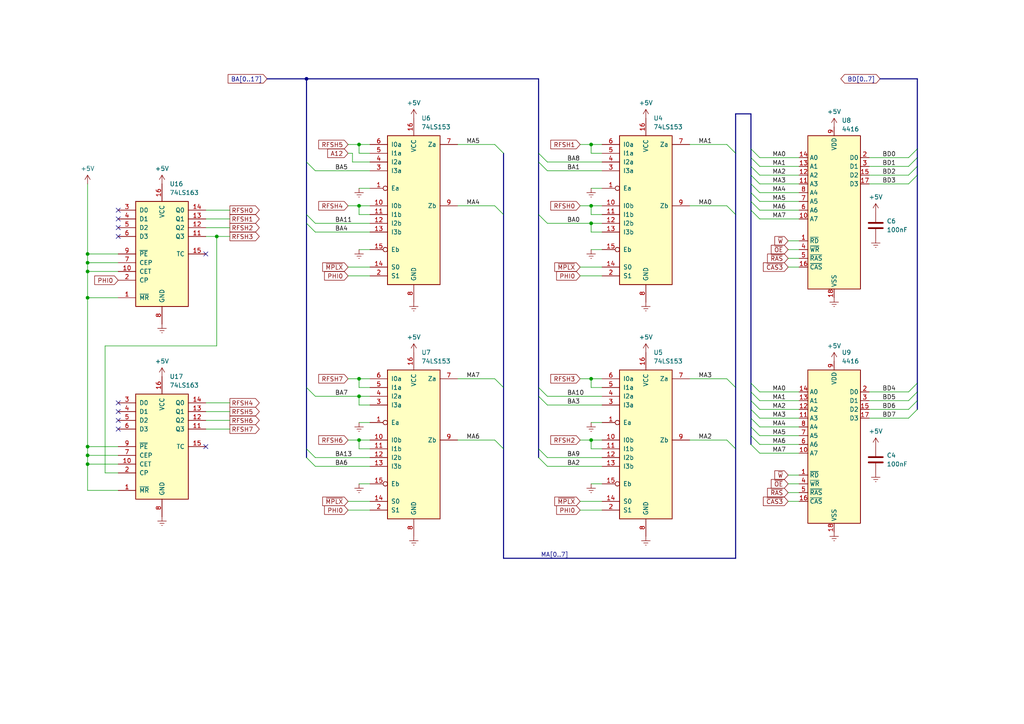
<source format=kicad_sch>
(kicad_sch (version 20230121) (generator eeschema)
  (paper "A4")
  (title_block (title "Dick Smith Cat Emulator Catridge") (comment 1 "Schematic Redrawn by Rhys Weatherley") (comment 3 "Dynamic RAM"))
  (lib_symbols
    (symbol "74xx:74LS153" (pin_names (offset 1.016))
      (property "Reference" "U" (at -7.62 21.59 0))
      (property "Value" "74LS153" (at -7.62 -24.13 0))
      (symbol "74LS153_1_0"
        (pin input inverted (at -12.7 5.08 0) (length 5.08) (name "Ea") (number "1"))
        (pin input line (at -12.7 0 0) (length 5.08) (name "I0b") (number "10"))
        (pin input line (at -12.7 -2.54 0) (length 5.08) (name "I1b") (number "11"))
        (pin input line (at -12.7 -5.08 0) (length 5.08) (name "I2b") (number "12"))
        (pin input line (at -12.7 -7.62 0) (length 5.08) (name "I3b") (number "13"))
        (pin input line (at -12.7 -17.78 0) (length 5.08) (name "S0") (number "14"))
        (pin input inverted (at -12.7 -12.7 0) (length 5.08) (name "Eb") (number "15"))
        (pin power_in line (at 0 25.4 270) (length 5.08) (name "VCC") (number "16"))
        (pin input line (at -12.7 -20.32 0) (length 5.08) (name "S1") (number "2"))
        (pin input line (at -12.7 10.16 0) (length 5.08) (name "I3a") (number "3"))
        (pin input line (at -12.7 12.7 0) (length 5.08) (name "I2a") (number "4"))
        (pin input line (at -12.7 15.24 0) (length 5.08) (name "I1a") (number "5"))
        (pin input line (at -12.7 17.78 0) (length 5.08) (name "I0a") (number "6"))
        (pin output line (at 12.7 17.78 180) (length 5.08) (name "Za") (number "7"))
        (pin power_in line (at 0 -27.94 90) (length 5.08) (name "GND") (number "8"))
        (pin output line (at 12.7 0 180) (length 5.08) (name "Zb") (number "9"))
      )
      (symbol "74LS153_1_1"
        (rectangle (start -7.62 20.32) (end 7.62 -22.86) (stroke (width 0.254)) (fill (type background)))
      )
    )
    (symbol "74xx:74LS163" (pin_names (offset 1.016))
      (property "Reference" "U" (at -7.62 16.51 0))
      (property "Value" "74LS163" (at -7.62 -16.51 0))
      (symbol "74LS163_1_0"
        (pin input line (at -12.7 -12.7 0) (length 5.08) (name "~{MR}") (number "1"))
        (pin input line (at -12.7 -5.08 0) (length 5.08) (name "CET") (number "10"))
        (pin output line (at 12.7 5.08 180) (length 5.08) (name "Q3") (number "11"))
        (pin output line (at 12.7 7.62 180) (length 5.08) (name "Q2") (number "12"))
        (pin output line (at 12.7 10.16 180) (length 5.08) (name "Q1") (number "13"))
        (pin output line (at 12.7 12.7 180) (length 5.08) (name "Q0") (number "14"))
        (pin output line (at 12.7 0 180) (length 5.08) (name "TC") (number "15"))
        (pin power_in line (at 0 20.32 270) (length 5.08) (name "VCC") (number "16"))
        (pin input line (at -12.7 -7.62 0) (length 5.08) (name "CP") (number "2"))
        (pin input line (at -12.7 12.7 0) (length 5.08) (name "D0") (number "3"))
        (pin input line (at -12.7 10.16 0) (length 5.08) (name "D1") (number "4"))
        (pin input line (at -12.7 7.62 0) (length 5.08) (name "D2") (number "5"))
        (pin input line (at -12.7 5.08 0) (length 5.08) (name "D3") (number "6"))
        (pin input line (at -12.7 -2.54 0) (length 5.08) (name "CEP") (number "7"))
        (pin power_in line (at 0 -20.32 90) (length 5.08) (name "GND") (number "8"))
        (pin input line (at -12.7 0 0) (length 5.08) (name "~{PE}") (number "9"))
      )
      (symbol "74LS163_1_1"
        (rectangle (start -7.62 15.24) (end 7.62 -15.24) (stroke (width 0.254)) (fill (type background)))
      )
    )
    (symbol "Device:C" (pin_numbers hide) (pin_names (offset 0.254))
      (property "Reference" "C" (at 0.635 2.54 0))
      (property "Value" "C" (at 0.635 -2.54 0))
      (symbol "C_0_1"
        (polyline (pts (xy -2.032 -0.762) (xy 2.032 -0.762)) (stroke (width 0.508)))
        (polyline (pts (xy -2.032 0.762) (xy 2.032 0.762)) (stroke (width 0.508)))
      )
      (symbol "C_1_1"
        (pin passive line (at 0 3.81 270) (length 2.794) (name "~") (number "1"))
        (pin passive line (at 0 -3.81 90) (length 2.794) (name "~") (number "2"))
      )
    )
    (symbol "Dynamic RAM 4416:4416"
      (property "Reference" "U" (at 6.35 2.54 0))
      (property "Value" "4416" (at 7.62 0 0))
      (symbol "4416_1_1"
        (rectangle (start -7.62 -1.27) (end 7.62 -45.72) (stroke (width 0.25)) (fill (type background)))
        (pin input line (at -10.16 -31.75 0) (length 2.54) (name "~{RD}") (number "1"))
        (pin input line (at -10.16 -25.4 0) (length 2.54) (name "A7") (number "10"))
        (pin input line (at -10.16 -15.24 0) (length 2.54) (name "A3") (number "11"))
        (pin input line (at -10.16 -12.7 0) (length 2.54) (name "A2") (number "12"))
        (pin input line (at -10.16 -10.16 0) (length 2.54) (name "A1") (number "13"))
        (pin input line (at -10.16 -7.62 0) (length 2.54) (name "A0") (number "14"))
        (pin bidirectional line (at 10.16 -12.7 180) (length 2.54) (name "D2") (number "15"))
        (pin input line (at -10.16 -39.37 0) (length 2.54) (name "~{CAS}") (number "16"))
        (pin bidirectional line (at 10.16 -15.24 180) (length 2.54) (name "D3") (number "17"))
        (pin power_in line (at 0 -48.26 90) (length 2.54) (name "VSS") (number "18"))
        (pin bidirectional line (at 10.16 -7.62 180) (length 2.54) (name "D0") (number "2"))
        (pin bidirectional line (at 10.16 -10.16 180) (length 2.54) (name "D1") (number "3"))
        (pin input line (at -10.16 -34.29 0) (length 2.54) (name "~{WR}") (number "4"))
        (pin input line (at -10.16 -36.83 0) (length 2.54) (name "~{RAS}") (number "5"))
        (pin input line (at -10.16 -22.86 0) (length 2.54) (name "A6") (number "6"))
        (pin input line (at -10.16 -20.32 0) (length 2.54) (name "A5") (number "7"))
        (pin input line (at -10.16 -17.78 0) (length 2.54) (name "A4") (number "8"))
        (pin power_in line (at 0 1.27 270) (length 2.54) (name "VDD") (number "9"))
      )
    )
    (symbol "power:+5V" (power) (pin_names (offset 0))
      (property "Value" "+5V" (at 0 3.556 0))
      (symbol "+5V_0_1"
        (polyline (pts (xy -0.762 1.27) (xy 0 2.54)))
        (polyline (pts (xy 0 0) (xy 0 2.54)))
        (polyline (pts (xy 0 2.54) (xy 0.762 1.27)))
      )
      (symbol "+5V_1_1"
        (pin power_in line (at 0 0 90) (length 0) hide (name "+5V") (number "1"))
      )
    )
    (symbol "power:Earth" (power) (pin_names (offset 0))
      (symbol "Earth_0_1"
        (polyline (pts (xy -0.635 -1.905) (xy 0.635 -1.905)))
        (polyline (pts (xy -0.127 -2.54) (xy 0.127 -2.54)))
        (polyline (pts (xy 0 -1.27) (xy 0 0)))
        (polyline (pts (xy 1.27 -1.27) (xy -1.27 -1.27)))
      )
      (symbol "Earth_1_1"
        (pin power_in line (at 0 0 270) (length 0) hide (name "Earth") (number "1"))
      )
    )
  )
  (junction (at 104.14 114.935))
  (junction (at 25.4 129.54))
  (junction (at 104.14 41.91))
  (junction (at 171.45 41.91))
  (junction (at 171.45 109.855))
  (junction (at 104.14 109.855))
  (junction (at 171.45 64.77))
  (junction (at 104.14 127.635))
  (junction (at 25.4 134.62))
  (junction (at 25.4 86.36))
  (junction (at 25.4 78.74))
  (junction (at 25.4 73.66))
  (junction (at 171.45 59.69))
  (junction (at 171.45 127.635))
  (junction (at 88.9 22.86))
  (junction (at 104.14 59.69))
  (junction (at 25.4 132.08))
  (junction (at 62.865 68.58))
  (junction (at 25.4 76.2))
  (no_connect (at 34.29 121.92))
  (no_connect (at 59.69 129.54))
  (no_connect (at 34.29 66.04))
  (no_connect (at 34.29 68.58))
  (no_connect (at 34.29 63.5))
  (no_connect (at 59.69 73.66))
  (no_connect (at 34.29 119.38))
  (no_connect (at 34.29 124.46))
  (no_connect (at 34.29 60.96))
  (no_connect (at 34.29 116.84))
  (bus_entry (at 220.345 123.825) (size -2.54 -2.54))
  (bus_entry (at 156.21 44.45) (size 2.54 2.54))
  (bus_entry (at 263.525 113.665) (size 2.54 -2.54))
  (bus_entry (at 156.21 132.715) (size 2.54 2.54))
  (bus_entry (at 220.345 55.88) (size -2.54 -2.54))
  (bus_entry (at 220.345 63.5) (size -2.54 -2.54))
  (bus_entry (at 156.21 62.23) (size 2.54 2.54))
  (bus_entry (at 263.525 116.205) (size 2.54 -2.54))
  (bus_entry (at 220.345 45.72) (size -2.54 -2.54))
  (bus_entry (at 88.9 64.77) (size 2.54 2.54))
  (bus_entry (at 156.21 46.99) (size 2.54 2.54))
  (bus_entry (at 156.21 112.395) (size 2.54 2.54))
  (bus_entry (at 263.525 45.72) (size 2.54 -2.54))
  (bus_entry (at 220.345 113.665) (size -2.54 -2.54))
  (bus_entry (at 88.9 130.175) (size 2.54 2.54))
  (bus_entry (at 220.345 48.26) (size -2.54 -2.54))
  (bus_entry (at 220.345 60.96) (size -2.54 -2.54))
  (bus_entry (at 146.05 130.175) (size -2.54 -2.54))
  (bus_entry (at 210.82 127.635) (size 2.54 2.54))
  (bus_entry (at 220.345 58.42) (size -2.54 -2.54))
  (bus_entry (at 220.345 131.445) (size -2.54 -2.54))
  (bus_entry (at 88.9 132.715) (size 2.54 2.54))
  (bus_entry (at 220.345 128.905) (size -2.54 -2.54))
  (bus_entry (at 88.9 112.395) (size 2.54 2.54))
  (bus_entry (at 146.05 62.23) (size -2.54 -2.54))
  (bus_entry (at 88.9 46.99) (size 2.54 2.54))
  (bus_entry (at 220.345 121.285) (size -2.54 -2.54))
  (bus_entry (at 210.82 41.91) (size 2.54 2.54))
  (bus_entry (at 156.21 114.935) (size 2.54 2.54))
  (bus_entry (at 263.525 50.8) (size 2.54 -2.54))
  (bus_entry (at 220.345 126.365) (size -2.54 -2.54))
  (bus_entry (at 220.345 118.745) (size -2.54 -2.54))
  (bus_entry (at 263.525 121.285) (size 2.54 -2.54))
  (bus_entry (at 220.345 53.34) (size -2.54 -2.54))
  (bus_entry (at 88.9 62.23) (size 2.54 2.54))
  (bus_entry (at 220.345 116.205) (size -2.54 -2.54))
  (bus_entry (at 210.82 109.855) (size 2.54 2.54))
  (bus_entry (at 220.345 50.8) (size -2.54 -2.54))
  (bus_entry (at 263.525 48.26) (size 2.54 -2.54))
  (bus_entry (at 146.05 44.45) (size -2.54 -2.54))
  (bus_entry (at 146.05 112.395) (size -2.54 -2.54))
  (bus_entry (at 263.525 118.745) (size 2.54 -2.54))
  (bus_entry (at 263.525 53.34) (size 2.54 -2.54))
  (bus_entry (at 210.82 59.69) (size 2.54 2.54))
  (bus_entry (at 156.21 130.175) (size 2.54 2.54))
  (wire (pts (xy 104.14 44.45) (xy 104.14 41.91)))
  (wire (pts (xy 107.315 117.475) (xy 104.14 117.475)))
  (bus (pts (xy 217.805 118.745) (xy 217.805 116.205)))
  (wire (pts (xy 100.965 59.69) (xy 104.14 59.69)))
  (wire (pts (xy 252.095 118.745) (xy 263.525 118.745)))
  (wire (pts (xy 171.45 140.335) (xy 174.625 140.335)))
  (bus (pts (xy 88.9 64.77) (xy 88.9 112.395)))
  (wire (pts (xy 30.48 137.16) (xy 34.29 137.16)))
  (bus (pts (xy 266.065 22.86) (xy 255.27 22.86)))
  (bus (pts (xy 266.065 45.72) (xy 266.065 43.18)))
  (wire (pts (xy 171.45 44.45) (xy 171.45 41.91)))
  (wire (pts (xy 62.865 100.33) (xy 30.48 100.33)))
  (wire (pts (xy 59.69 60.96) (xy 66.675 60.96)))
  (bus (pts (xy 217.805 113.665) (xy 217.805 111.125)))
  (bus (pts (xy 88.9 130.175) (xy 88.9 132.715)))
  (wire (pts (xy 174.625 44.45) (xy 171.45 44.45)))
  (wire (pts (xy 171.45 41.91) (xy 174.625 41.91)))
  (wire (pts (xy 171.45 54.61) (xy 174.625 54.61)))
  (wire (pts (xy 104.14 112.395) (xy 104.14 109.855)))
  (wire (pts (xy 171.45 59.69) (xy 174.625 59.69)))
  (wire (pts (xy 100.965 127.635) (xy 104.14 127.635)))
  (wire (pts (xy 252.095 113.665) (xy 263.525 113.665)))
  (bus (pts (xy 266.065 113.665) (xy 266.065 111.125)))
  (bus (pts (xy 156.21 46.99) (xy 156.21 62.23)))
  (bus (pts (xy 217.805 116.205) (xy 217.805 113.665)))
  (wire (pts (xy 91.44 64.77) (xy 107.315 64.77)))
  (wire (pts (xy 231.775 131.445) (xy 220.345 131.445)))
  (wire (pts (xy 228.6 137.795) (xy 231.775 137.795)))
  (wire (pts (xy 59.69 68.58) (xy 62.865 68.58)))
  (bus (pts (xy 156.21 112.395) (xy 156.21 114.935)))
  (wire (pts (xy 231.775 116.205) (xy 220.345 116.205)))
  (wire (pts (xy 171.45 62.23) (xy 171.45 59.69)))
  (wire (pts (xy 91.44 135.255) (xy 107.315 135.255)))
  (wire (pts (xy 25.4 129.54) (xy 34.29 129.54)))
  (wire (pts (xy 34.29 142.24) (xy 25.4 142.24)))
  (bus (pts (xy 266.065 111.125) (xy 266.065 50.8)))
  (wire (pts (xy 25.4 86.36) (xy 25.4 78.74)))
  (wire (pts (xy 231.775 48.26) (xy 220.345 48.26)))
  (wire (pts (xy 59.69 116.84) (xy 66.675 116.84)))
  (bus (pts (xy 213.36 62.23) (xy 213.36 112.395)))
  (wire (pts (xy 59.69 119.38) (xy 66.675 119.38)))
  (bus (pts (xy 156.21 114.935) (xy 156.21 130.175)))
  (wire (pts (xy 132.715 127.635) (xy 143.51 127.635)))
  (wire (pts (xy 107.315 62.23) (xy 104.14 62.23)))
  (wire (pts (xy 100.965 145.415) (xy 107.315 145.415)))
  (wire (pts (xy 158.75 46.99) (xy 174.625 46.99)))
  (wire (pts (xy 252.095 48.26) (xy 263.525 48.26)))
  (wire (pts (xy 100.965 41.91) (xy 104.14 41.91)))
  (bus (pts (xy 156.21 44.45) (xy 156.21 46.99)))
  (wire (pts (xy 252.095 45.72) (xy 263.525 45.72)))
  (bus (pts (xy 146.05 62.23) (xy 146.05 112.395)))
  (wire (pts (xy 168.275 41.91) (xy 171.45 41.91)))
  (wire (pts (xy 200.025 41.91) (xy 210.82 41.91)))
  (wire (pts (xy 25.4 76.2) (xy 25.4 73.66)))
  (wire (pts (xy 102.235 44.45) (xy 102.235 46.99)))
  (wire (pts (xy 228.6 77.47) (xy 231.775 77.47)))
  (wire (pts (xy 25.4 132.08) (xy 25.4 129.54)))
  (wire (pts (xy 171.45 112.395) (xy 171.45 109.855)))
  (wire (pts (xy 25.4 76.2) (xy 34.29 76.2)))
  (wire (pts (xy 100.965 147.955) (xy 107.315 147.955)))
  (wire (pts (xy 228.6 74.93) (xy 231.775 74.93)))
  (wire (pts (xy 59.69 63.5) (xy 66.675 63.5)))
  (bus (pts (xy 217.805 123.825) (xy 217.805 126.365)))
  (wire (pts (xy 228.6 69.85) (xy 231.775 69.85)))
  (bus (pts (xy 266.065 116.205) (xy 266.065 113.665)))
  (bus (pts (xy 217.805 53.34) (xy 217.805 50.8)))
  (wire (pts (xy 59.69 124.46) (xy 66.675 124.46)))
  (bus (pts (xy 213.36 33.02) (xy 213.36 44.45)))
  (wire (pts (xy 171.45 122.555) (xy 174.625 122.555)))
  (bus (pts (xy 77.47 22.86) (xy 88.9 22.86)))
  (wire (pts (xy 158.75 64.77) (xy 171.45 64.77)))
  (wire (pts (xy 158.75 49.53) (xy 174.625 49.53)))
  (wire (pts (xy 25.4 78.74) (xy 34.29 78.74)))
  (wire (pts (xy 25.4 142.24) (xy 25.4 134.62)))
  (wire (pts (xy 252.095 121.285) (xy 263.525 121.285)))
  (wire (pts (xy 104.14 127.635) (xy 107.315 127.635)))
  (wire (pts (xy 231.775 60.96) (xy 220.345 60.96)))
  (wire (pts (xy 62.865 68.58) (xy 66.675 68.58)))
  (wire (pts (xy 100.965 80.01) (xy 107.315 80.01)))
  (wire (pts (xy 25.4 86.36) (xy 34.29 86.36)))
  (bus (pts (xy 156.21 130.175) (xy 156.21 132.715)))
  (wire (pts (xy 104.14 117.475) (xy 104.14 114.935)))
  (wire (pts (xy 107.315 112.395) (xy 104.14 112.395)))
  (wire (pts (xy 171.45 64.77) (xy 174.625 64.77)))
  (bus (pts (xy 146.05 161.925) (xy 213.36 161.925)))
  (wire (pts (xy 200.025 109.855) (xy 210.82 109.855)))
  (wire (pts (xy 25.4 132.08) (xy 34.29 132.08)))
  (bus (pts (xy 266.065 48.26) (xy 266.065 45.72)))
  (wire (pts (xy 168.275 127.635) (xy 171.45 127.635)))
  (wire (pts (xy 168.275 59.69) (xy 171.45 59.69)))
  (wire (pts (xy 171.45 67.31) (xy 171.45 64.77)))
  (bus (pts (xy 217.805 60.96) (xy 217.805 58.42)))
  (bus (pts (xy 217.805 58.42) (xy 217.805 55.88)))
  (wire (pts (xy 104.14 62.23) (xy 104.14 59.69)))
  (wire (pts (xy 231.775 118.745) (xy 220.345 118.745)))
  (wire (pts (xy 107.315 130.175) (xy 104.14 130.175)))
  (wire (pts (xy 168.275 80.01) (xy 174.625 80.01)))
  (wire (pts (xy 132.715 109.855) (xy 143.51 109.855)))
  (wire (pts (xy 228.6 140.335) (xy 231.775 140.335)))
  (wire (pts (xy 132.715 59.69) (xy 143.51 59.69)))
  (wire (pts (xy 231.775 113.665) (xy 220.345 113.665)))
  (wire (pts (xy 158.75 117.475) (xy 174.625 117.475)))
  (wire (pts (xy 25.4 73.66) (xy 34.29 73.66)))
  (wire (pts (xy 171.45 72.39) (xy 174.625 72.39)))
  (wire (pts (xy 174.625 67.31) (xy 171.45 67.31)))
  (bus (pts (xy 213.36 130.175) (xy 213.36 161.925)))
  (wire (pts (xy 174.625 112.395) (xy 171.45 112.395)))
  (wire (pts (xy 102.235 46.99) (xy 107.315 46.99)))
  (bus (pts (xy 217.805 45.72) (xy 217.805 43.18)))
  (wire (pts (xy 158.75 114.935) (xy 174.625 114.935)))
  (wire (pts (xy 104.14 54.61) (xy 107.315 54.61)))
  (bus (pts (xy 217.805 111.125) (xy 217.805 60.96)))
  (wire (pts (xy 171.45 130.175) (xy 171.45 127.635)))
  (wire (pts (xy 104.14 140.335) (xy 107.315 140.335)))
  (wire (pts (xy 171.45 109.855) (xy 174.625 109.855)))
  (wire (pts (xy 104.14 109.855) (xy 107.315 109.855)))
  (bus (pts (xy 156.21 22.86) (xy 88.9 22.86)))
  (wire (pts (xy 91.44 114.935) (xy 104.14 114.935)))
  (wire (pts (xy 158.75 135.255) (xy 174.625 135.255)))
  (wire (pts (xy 158.75 132.715) (xy 174.625 132.715)))
  (bus (pts (xy 217.805 43.18) (xy 217.805 33.02)))
  (bus (pts (xy 88.9 112.395) (xy 88.9 130.175)))
  (wire (pts (xy 174.625 62.23) (xy 171.45 62.23)))
  (bus (pts (xy 88.9 46.99) (xy 88.9 62.23)))
  (wire (pts (xy 228.6 72.39) (xy 231.775 72.39)))
  (bus (pts (xy 88.9 22.86) (xy 88.9 46.99)))
  (bus (pts (xy 146.05 130.175) (xy 146.05 161.925)))
  (bus (pts (xy 217.805 121.285) (xy 217.805 123.825)))
  (wire (pts (xy 100.965 109.855) (xy 104.14 109.855)))
  (wire (pts (xy 252.095 116.205) (xy 263.525 116.205)))
  (wire (pts (xy 231.775 50.8) (xy 220.345 50.8)))
  (wire (pts (xy 231.775 121.285) (xy 220.345 121.285)))
  (wire (pts (xy 200.025 59.69) (xy 210.82 59.69)))
  (bus (pts (xy 146.05 112.395) (xy 146.05 130.175)))
  (wire (pts (xy 231.775 63.5) (xy 220.345 63.5)))
  (wire (pts (xy 104.14 114.935) (xy 107.315 114.935)))
  (wire (pts (xy 104.14 41.91) (xy 107.315 41.91)))
  (bus (pts (xy 266.065 22.86) (xy 266.065 43.18)))
  (wire (pts (xy 252.095 53.34) (xy 263.525 53.34)))
  (wire (pts (xy 132.715 41.91) (xy 143.51 41.91)))
  (wire (pts (xy 25.4 73.66) (xy 25.4 53.34)))
  (bus (pts (xy 266.065 50.8) (xy 266.065 48.26)))
  (bus (pts (xy 217.805 48.26) (xy 217.805 45.72)))
  (wire (pts (xy 59.69 121.92) (xy 66.675 121.92)))
  (bus (pts (xy 266.065 118.745) (xy 266.065 116.205)))
  (wire (pts (xy 231.775 53.34) (xy 220.345 53.34)))
  (wire (pts (xy 25.4 134.62) (xy 25.4 132.08)))
  (wire (pts (xy 91.44 132.715) (xy 107.315 132.715)))
  (wire (pts (xy 104.14 122.555) (xy 107.315 122.555)))
  (bus (pts (xy 213.36 44.45) (xy 213.36 62.23)))
  (wire (pts (xy 100.965 44.45) (xy 102.235 44.45)))
  (wire (pts (xy 104.14 130.175) (xy 104.14 127.635)))
  (wire (pts (xy 91.44 67.31) (xy 107.315 67.31)))
  (wire (pts (xy 231.775 128.905) (xy 220.345 128.905)))
  (wire (pts (xy 25.4 134.62) (xy 34.29 134.62)))
  (bus (pts (xy 213.36 33.02) (xy 217.805 33.02)))
  (wire (pts (xy 174.625 130.175) (xy 171.45 130.175)))
  (wire (pts (xy 107.315 44.45) (xy 104.14 44.45)))
  (wire (pts (xy 231.775 126.365) (xy 220.345 126.365)))
  (wire (pts (xy 25.4 129.54) (xy 25.4 86.36)))
  (wire (pts (xy 231.775 123.825) (xy 220.345 123.825)))
  (wire (pts (xy 104.14 72.39) (xy 107.315 72.39)))
  (bus (pts (xy 217.805 118.745) (xy 217.805 121.285)))
  (wire (pts (xy 168.275 147.955) (xy 174.625 147.955)))
  (wire (pts (xy 91.44 49.53) (xy 107.315 49.53)))
  (wire (pts (xy 231.775 45.72) (xy 220.345 45.72)))
  (wire (pts (xy 59.69 66.04) (xy 66.675 66.04)))
  (bus (pts (xy 156.21 62.23) (xy 156.21 112.395)))
  (wire (pts (xy 228.6 145.415) (xy 231.775 145.415)))
  (bus (pts (xy 88.9 62.23) (xy 88.9 64.77)))
  (bus (pts (xy 217.805 50.8) (xy 217.805 48.26)))
  (bus (pts (xy 213.36 112.395) (xy 213.36 130.175)))
  (wire (pts (xy 25.4 78.74) (xy 25.4 76.2)))
  (wire (pts (xy 168.275 77.47) (xy 174.625 77.47)))
  (wire (pts (xy 30.48 100.33) (xy 30.48 137.16)))
  (wire (pts (xy 104.14 59.69) (xy 107.315 59.69)))
  (bus (pts (xy 146.05 44.45) (xy 146.05 62.23)))
  (wire (pts (xy 252.095 50.8) (xy 263.525 50.8)))
  (wire (pts (xy 168.275 145.415) (xy 174.625 145.415)))
  (wire (pts (xy 171.45 127.635) (xy 174.625 127.635)))
  (wire (pts (xy 62.865 68.58) (xy 62.865 100.33)))
  (wire (pts (xy 231.775 55.88) (xy 220.345 55.88)))
  (wire (pts (xy 100.965 77.47) (xy 107.315 77.47)))
  (wire (pts (xy 231.775 58.42) (xy 220.345 58.42)))
  (wire (pts (xy 228.6 142.875) (xy 231.775 142.875)))
  (wire (pts (xy 200.025 127.635) (xy 210.82 127.635)))
  (wire (pts (xy 168.275 109.855) (xy 171.45 109.855)))
  (bus (pts (xy 156.21 44.45) (xy 156.21 22.86)))
  (bus (pts (xy 217.805 126.365) (xy 217.805 128.905)))
  (bus (pts (xy 217.805 55.88) (xy 217.805 53.34)))
  (label "MA0" (at 202.565 59.69 0))
  (label "BA11" (at 97.155 64.77 0))
  (label "BA5" (at 97.155 49.53 0))
  (label "BA4" (at 97.155 67.31 0))
  (label "MA5" (at 135.255 41.91 0))
  (label "MA4" (at 227.965 55.88 180))
  (label "MA6" (at 227.965 128.905 180))
  (label "MA3" (at 227.965 121.285 180))
  (label "MA6" (at 227.965 60.96 180))
  (label "MA2" (at 227.965 118.745 180))
  (label "MA4" (at 227.965 123.825 180))
  (label "MA6" (at 135.255 127.635 0))
  (label "BA3" (at 164.465 117.475 0))
  (label "MA7" (at 135.255 109.855 0))
  (label "MA5" (at 227.965 58.42 180))
  (label "MA2" (at 227.965 50.8 180))
  (label "MA0" (at 227.965 113.665 180))
  (label "BD3" (at 255.905 53.34 0))
  (label "MA2" (at 202.565 127.635 0))
  (label "BA2" (at 164.465 135.255 0))
  (label "BD6" (at 255.905 118.745 0))
  (label "MA1" (at 227.965 48.26 180))
  (label "MA4" (at 135.255 59.69 0))
  (label "MA1" (at 202.565 41.91 0))
  (label "BA6" (at 97.155 135.255 0))
  (label "BD7" (at 255.905 121.285 0))
  (label "BD2" (at 255.905 50.8 0))
  (label "BA8" (at 164.465 46.99 0))
  (label "BA9" (at 164.465 132.715 0))
  (label "BA13" (at 97.155 132.715 0))
  (label "MA0" (at 227.965 45.72 180))
  (label "MA1" (at 227.965 116.205 180))
  (label "BD1" (at 255.905 48.26 0))
  (label "BD5" (at 255.905 116.205 0))
  (label "MA7" (at 227.965 131.445 180))
  (label "BD4" (at 255.905 113.665 0))
  (label "BA1" (at 164.465 49.53 0))
  (label "MA5" (at 227.965 126.365 180))
  (label "MA[0..7]" (at 156.845 161.925 0))
  (label "BA10" (at 164.465 114.935 0))
  (label "MA3" (at 227.965 53.34 180))
  (label "BD0" (at 255.905 45.72 0))
  (label "BA0" (at 164.465 64.77 0))
  (label "BA7" (at 97.155 114.935 0))
  (label "MA3" (at 202.565 109.855 0))
  (label "MA7" (at 227.965 63.5 180))
  (global_label "~{MPLX}" (shape input) (at 100.965 145.415 180) (property "Intersheetrefs" "${INTERSHEET_REFS}" (effects hide)))
  (global_label "RFSH7" (shape input) (at 100.965 109.855 180) (property "Intersheetrefs" "${INTERSHEET_REFS}" (effects hide)))
  (global_label "~{W}" (shape input) (at 228.6 137.795 180) (property "Intersheetrefs" "${INTERSHEET_REFS}" (effects hide)))
  (global_label "RFSH0" (shape input) (at 168.275 59.69 180) (property "Intersheetrefs" "${INTERSHEET_REFS}" (effects hide)))
  (global_label "~{OE}" (shape input) (at 228.6 140.335 180) (property "Intersheetrefs" "${INTERSHEET_REFS}" (effects hide)))
  (global_label "~{MPLX}" (shape input) (at 168.275 77.47 180) (property "Intersheetrefs" "${INTERSHEET_REFS}" (effects hide)))
  (global_label "~{CAS3}" (shape input) (at 228.6 145.415 180) (property "Intersheetrefs" "${INTERSHEET_REFS}" (effects hide)))
  (global_label "PHI0" (shape input) (at 34.29 81.28 180) (property "Intersheetrefs" "${INTERSHEET_REFS}" (effects hide)))
  (global_label "~{W}" (shape input) (at 228.6 69.85 180) (property "Intersheetrefs" "${INTERSHEET_REFS}" (effects hide)))
  (global_label "RFSH0" (shape output) (at 66.675 60.96 0) (property "Intersheetrefs" "${INTERSHEET_REFS}" (effects hide)))
  (global_label "RFSH6" (shape output) (at 66.675 121.92 0) (property "Intersheetrefs" "${INTERSHEET_REFS}" (effects hide)))
  (global_label "RFSH4" (shape output) (at 66.675 116.84 0) (property "Intersheetrefs" "${INTERSHEET_REFS}" (effects hide)))
  (global_label "PHI0" (shape input) (at 100.965 147.955 180) (property "Intersheetrefs" "${INTERSHEET_REFS}" (effects hide)))
  (global_label "RFSH3" (shape output) (at 66.675 68.58 0) (property "Intersheetrefs" "${INTERSHEET_REFS}" (effects hide)))
  (global_label "~{CAS3}" (shape input) (at 228.6 77.47 180) (property "Intersheetrefs" "${INTERSHEET_REFS}" (effects hide)))
  (global_label "BD[0..7]" (shape bidirectional) (at 255.27 22.86 180) (property "Intersheetrefs" "${INTERSHEET_REFS}" (effects hide)))
  (global_label "A12" (shape input) (at 100.965 44.45 180) (property "Intersheetrefs" "${INTERSHEET_REFS}" (effects hide)))
  (global_label "~{RAS}" (shape input) (at 228.6 142.875 180) (property "Intersheetrefs" "${INTERSHEET_REFS}" (effects hide)))
  (global_label "RFSH5" (shape input) (at 100.965 41.91 180) (property "Intersheetrefs" "${INTERSHEET_REFS}" (effects hide)))
  (global_label "RFSH7" (shape output) (at 66.675 124.46 0) (property "Intersheetrefs" "${INTERSHEET_REFS}" (effects hide)))
  (global_label "PHI0" (shape input) (at 168.275 147.955 180) (property "Intersheetrefs" "${INTERSHEET_REFS}" (effects hide)))
  (global_label "RFSH4" (shape input) (at 100.965 59.69 180) (property "Intersheetrefs" "${INTERSHEET_REFS}" (effects hide)))
  (global_label "RFSH2" (shape input) (at 168.275 127.635 180) (property "Intersheetrefs" "${INTERSHEET_REFS}" (effects hide)))
  (global_label "RFSH3" (shape input) (at 168.275 109.855 180) (property "Intersheetrefs" "${INTERSHEET_REFS}" (effects hide)))
  (global_label "~{OE}" (shape input) (at 228.6 72.39 180) (property "Intersheetrefs" "${INTERSHEET_REFS}" (effects hide)))
  (global_label "~{MPLX}" (shape input) (at 168.275 145.415 180) (property "Intersheetrefs" "${INTERSHEET_REFS}" (effects hide)))
  (global_label "PHI0" (shape input) (at 168.275 80.01 180) (property "Intersheetrefs" "${INTERSHEET_REFS}" (effects hide)))
  (global_label "PHI0" (shape input) (at 100.965 80.01 180) (property "Intersheetrefs" "${INTERSHEET_REFS}" (effects hide)))
  (global_label "RFSH1" (shape output) (at 66.675 63.5 0) (property "Intersheetrefs" "${INTERSHEET_REFS}" (effects hide)))
  (global_label "RFSH5" (shape output) (at 66.675 119.38 0) (property "Intersheetrefs" "${INTERSHEET_REFS}" (effects hide)))
  (global_label "RFSH1" (shape input) (at 168.275 41.91 180) (property "Intersheetrefs" "${INTERSHEET_REFS}" (effects hide)))
  (global_label "~{MPLX}" (shape input) (at 100.965 77.47 180) (property "Intersheetrefs" "${INTERSHEET_REFS}" (effects hide)))
  (global_label "BA[0..17]" (shape input) (at 77.47 22.86 180) (property "Intersheetrefs" "${INTERSHEET_REFS}" (effects hide)))
  (global_label "RFSH6" (shape input) (at 100.965 127.635 180) (property "Intersheetrefs" "${INTERSHEET_REFS}" (effects hide)))
  (global_label "RFSH2" (shape output) (at 66.675 66.04 0) (property "Intersheetrefs" "${INTERSHEET_REFS}" (effects hide)))
  (global_label "~{RAS}" (shape input) (at 228.6 74.93 180) (property "Intersheetrefs" "${INTERSHEET_REFS}" (effects hide)))
  (symbol (lib_id "power:Earth") (at 171.45 122.555 0) (unit 1)
    (property "Reference" "#PWR057" (effects hide))
    (property "Value" "Earth" (effects hide))
  )
  (symbol (lib_id "power:Earth") (at 104.14 122.555 0) (unit 1)
    (property "Reference" "#PWR058" (effects hide))
    (property "Value" "Earth" (effects hide))
  )
  (symbol (lib_id "power:Earth") (at 187.325 155.575 0) (unit 1)
    (property "Reference" "#PWR049" (effects hide))
    (property "Value" "Earth" (effects hide))
  )
  (symbol (lib_id "power:+5V") (at 46.99 53.34 0) (unit 1)
    (property "Reference" "#PWR060" (effects hide))
    (property "Value" "+5V" (at 46.99 48.895 0))
  )
  (symbol (lib_id "Dynamic RAM 4416:4416") (at 241.935 38.1 0) (unit 1)
    (property "Reference" "U8" (at 244.1291 34.925 0) (effects (justify left)))
    (property "Value" "4416" (at 244.1291 37.465 0) (effects (justify left)))
    (property "Footprint" "Package_DIP:DIP-18_W7.62mm" (effects hide))
  )
  (symbol (lib_id "power:Earth") (at 171.45 72.39 0) (unit 1)
    (property "Reference" "#PWR053" (effects hide))
    (property "Value" "Earth" (effects hide))
  )
  (symbol (lib_id "power:+5V") (at 241.935 36.83 0) (unit 1)
    (property "Reference" "#PWR036" (effects hide))
    (property "Value" "+5V" (at 241.935 32.385 0))
  )
  (symbol (lib_id "74xx:74LS163") (at 46.99 73.66 0) (unit 1)
    (property "Reference" "U16" (at 49.1841 53.34 0) (effects (justify left)))
    (property "Value" "74LS163" (at 49.1841 55.88 0) (effects (justify left)))
    (property "Footprint" "Package_DIP:DIP-16_W7.62mm" (effects hide))
    (property "Datasheet" "http://www.ti.com/lit/gpn/sn74LS163" (effects hide))
  )
  (symbol (lib_id "Device:C") (at 254 65.405 0) (unit 1)
    (property "Reference" "C6" (at 257.175 64.135 0) (effects (justify left)))
    (property "Value" "100nF" (at 257.175 66.675 0) (effects (justify left)))
    (property "Footprint" "Capacitor_THT:C_Disc_D5.0mm_W2.5mm_P5.00mm" (effects hide))
  )
  (symbol (lib_id "power:Earth") (at 187.325 87.63 0) (unit 1)
    (property "Reference" "#PWR048" (effects hide))
    (property "Value" "Earth" (effects hide))
  )
  (symbol (lib_id "power:Earth") (at 104.14 140.335 0) (unit 1)
    (property "Reference" "#PWR055" (effects hide))
    (property "Value" "Earth" (effects hide))
  )
  (symbol (lib_id "power:Earth") (at 120.015 155.575 0) (unit 1)
    (property "Reference" "#PWR050" (effects hide))
    (property "Value" "Earth" (effects hide))
  )
  (symbol (lib_id "power:+5V") (at 120.015 34.29 0) (unit 1)
    (property "Reference" "#PWR045" (effects hide))
    (property "Value" "+5V" (at 120.015 29.845 0))
  )
  (symbol (lib_id "power:+5V") (at 254 61.595 0) (unit 1)
    (property "Reference" "#PWR040" (effects hide))
    (property "Value" "+5V" (at 254 57.15 0))
  )
  (symbol (lib_id "power:+5V") (at 187.325 102.235 0) (unit 1)
    (property "Reference" "#PWR047" (effects hide))
    (property "Value" "+5V" (at 187.325 97.79 0))
  )
  (symbol (lib_id "Device:C") (at 254 133.35 0) (unit 1)
    (property "Reference" "C4" (at 257.175 132.08 0) (effects (justify left)))
    (property "Value" "100nF" (at 257.175 134.62 0) (effects (justify left)))
    (property "Footprint" "Capacitor_THT:C_Disc_D5.0mm_W2.5mm_P5.00mm" (effects hide))
  )
  (symbol (lib_id "power:Earth") (at 171.45 54.61 0) (unit 1)
    (property "Reference" "#PWR043" (effects hide))
    (property "Value" "Earth" (effects hide))
  )
  (symbol (lib_id "74xx:74LS153") (at 120.015 127.635 0) (unit 1)
    (property "Reference" "U7" (at 122.2091 102.235 0) (effects (justify left)))
    (property "Value" "74LS153" (at 122.2091 104.775 0) (effects (justify left)))
    (property "Footprint" "Package_DIP:DIP-16_W7.62mm" (effects hide))
    (property "Datasheet" "http://www.ti.com/lit/gpn/sn74LS153" (effects hide))
  )
  (symbol (lib_id "power:Earth") (at 46.99 149.86 0) (unit 1)
    (property "Reference" "#PWR063" (effects hide))
    (property "Value" "Earth" (effects hide))
  )
  (symbol (lib_id "power:Earth") (at 104.14 54.61 0) (unit 1)
    (property "Reference" "#PWR059" (effects hide))
    (property "Value" "Earth" (effects hide))
  )
  (symbol (lib_id "74xx:74LS163") (at 46.99 129.54 0) (unit 1)
    (property "Reference" "U17" (at 49.1841 109.22 0) (effects (justify left)))
    (property "Value" "74LS163" (at 49.1841 111.76 0) (effects (justify left)))
    (property "Footprint" "Package_DIP:DIP-16_W7.62mm" (effects hide))
    (property "Datasheet" "http://www.ti.com/lit/gpn/sn74LS163" (effects hide))
  )
  (symbol (lib_id "power:Earth") (at 46.99 93.98 0) (unit 1)
    (property "Reference" "#PWR061" (effects hide))
    (property "Value" "Earth" (effects hide))
  )
  (symbol (lib_id "power:Earth") (at 171.45 140.335 0) (unit 1)
    (property "Reference" "#PWR054" (effects hide))
    (property "Value" "Earth" (effects hide))
  )
  (symbol (lib_id "74xx:74LS153") (at 187.325 127.635 0) (unit 1)
    (property "Reference" "U5" (at 189.5191 102.235 0) (effects (justify left)))
    (property "Value" "74LS153" (at 189.5191 104.775 0) (effects (justify left)))
    (property "Footprint" "Package_DIP:DIP-16_W7.62mm" (effects hide))
    (property "Datasheet" "http://www.ti.com/lit/gpn/sn74LS153" (effects hide))
  )
  (symbol (lib_id "power:Earth") (at 241.935 86.36 0) (unit 1)
    (property "Reference" "#PWR052" (effects hide))
    (property "Value" "Earth" (effects hide))
  )
  (symbol (lib_id "power:Earth") (at 254 137.16 0) (unit 1)
    (property "Reference" "#PWR039" (effects hide))
    (property "Value" "Earth" (effects hide))
  )
  (symbol (lib_id "power:Earth") (at 104.14 72.39 0) (unit 1)
    (property "Reference" "#PWR056" (effects hide))
    (property "Value" "Earth" (effects hide))
  )
  (symbol (lib_id "74xx:74LS153") (at 120.015 59.69 0) (unit 1)
    (property "Reference" "U6" (at 122.2091 34.29 0) (effects (justify left)))
    (property "Value" "74LS153" (at 122.2091 36.83 0) (effects (justify left)))
    (property "Footprint" "Package_DIP:DIP-16_W7.62mm" (effects hide))
    (property "Datasheet" "http://www.ti.com/lit/gpn/sn74LS153" (effects hide))
  )
  (symbol (lib_id "power:+5V") (at 241.935 104.775 0) (unit 1)
    (property "Reference" "#PWR038" (effects hide))
    (property "Value" "+5V" (at 241.935 100.33 0))
  )
  (symbol (lib_id "power:+5V") (at 254 129.54 0) (unit 1)
    (property "Reference" "#PWR042" (effects hide))
    (property "Value" "+5V" (at 254 125.095 0))
  )
  (symbol (lib_id "power:+5V") (at 120.015 102.235 0) (unit 1)
    (property "Reference" "#PWR046" (effects hide))
    (property "Value" "+5V" (at 120.015 97.79 0))
  )
  (symbol (lib_id "power:+5V") (at 187.325 34.29 0) (unit 1)
    (property "Reference" "#PWR044" (effects hide))
    (property "Value" "+5V" (at 187.325 29.845 0))
  )
  (symbol (lib_id "power:Earth") (at 241.935 154.305 0) (unit 1)
    (property "Reference" "#PWR041" (effects hide))
    (property "Value" "Earth" (effects hide))
  )
  (symbol (lib_id "power:Earth") (at 120.015 87.63 0) (unit 1)
    (property "Reference" "#PWR051" (effects hide))
    (property "Value" "Earth" (effects hide))
  )
  (symbol (lib_id "power:+5V") (at 46.99 109.22 0) (unit 1)
    (property "Reference" "#PWR062" (effects hide))
    (property "Value" "+5V" (at 46.99 104.775 0))
  )
  (symbol (lib_id "74xx:74LS153") (at 187.325 59.69 0) (unit 1)
    (property "Reference" "U4" (at 189.5191 34.29 0) (effects (justify left)))
    (property "Value" "74LS153" (at 189.5191 36.83 0) (effects (justify left)))
    (property "Footprint" "Package_DIP:DIP-16_W7.62mm" (effects hide))
    (property "Datasheet" "http://www.ti.com/lit/gpn/sn74LS153" (effects hide))
  )
  (symbol (lib_id "Dynamic RAM 4416:4416") (at 241.935 106.045 0) (unit 1)
    (property "Reference" "U9" (at 244.1291 102.235 0) (effects (justify left)))
    (property "Value" "4416" (at 244.1291 104.775 0) (effects (justify left)))
    (property "Footprint" "Package_DIP:DIP-18_W7.62mm" (effects hide))
  )
  (symbol (lib_id "power:Earth") (at 254 69.215 0) (unit 1)
    (property "Reference" "#PWR037" (effects hide))
    (property "Value" "Earth" (effects hide))
  )
  (symbol (lib_id "power:+5V") (at 25.4 53.34 0) (unit 1)
    (property "Reference" "#PWR064" (effects hide))
    (property "Value" "+5V" (at 25.4 48.895 0))
  )
)
</source>
